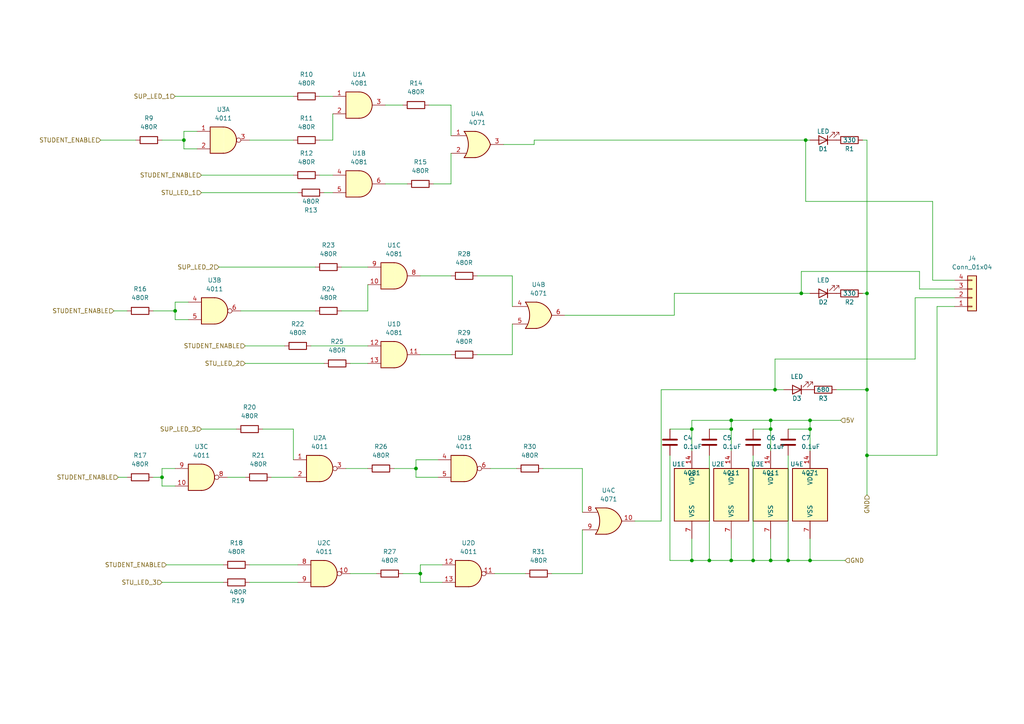
<source format=kicad_sch>
(kicad_sch (version 20211123) (generator eeschema)
  (paper "A4")
  (lib_symbols
    (symbol "4011_1" (pin_names (offset 1.016))
      (property "Reference" "U3" (at 0 8.89 0))
      (property "Value" "4011" (at 0 6.35 0))
      (symbol "4011_1_1_1"
        (pin input line (at -7.62 2.54 0) (length 3.81) (name "~") (number "1"))
        (pin input line (at -7.62 -2.54 0) (length 3.81) (name "~") (number "2"))
        (pin output inverted (at 7.62 0 180) (length 3.81) (name "~") (number "3"))
      )
      (symbol "4011_1_1_2"
        (pin input inverted (at -7.62 2.54 0) (length 4.318) (name "~") (number "1"))
        (pin input inverted (at -7.62 -2.54 0) (length 4.318) (name "~") (number "2"))
        (pin output line (at 7.62 0 180) (length 3.81) (name "~") (number "3"))
      )
      (symbol "4011_1_2_1"
        (pin output inverted (at 7.62 0 180) (length 3.81) (name "~") (number "4"))
        (pin input line (at -7.62 2.54 0) (length 3.81) (name "~") (number "5"))
        (pin input line (at -7.62 -2.54 0) (length 3.81) (name "~") (number "6"))
      )
      (symbol "4011_1_2_2"
        (pin output line (at 7.62 0 180) (length 3.81) (name "~") (number "4"))
        (pin input inverted (at -7.62 2.54 0) (length 4.318) (name "~") (number "5"))
        (pin input inverted (at -7.62 -2.54 0) (length 4.318) (name "~") (number "6"))
      )
      (symbol "4011_1_3_1"
        (pin input line (at -7.62 -2.54 0) (length 3.81) (name "~") (number "10"))
        (pin output inverted (at 7.62 0 180) (length 3.81) (name "") (number "8"))
        (pin input line (at -7.62 2.54 0) (length 3.81) (name "~") (number "9"))
      )
      (symbol "4011_1_3_2"
        (pin output line (at 7.62 0 180) (length 3.81) (name "~") (number "10"))
        (pin input inverted (at -7.62 2.54 0) (length 4.318) (name "~") (number "8"))
        (pin input inverted (at -7.62 -2.54 0) (length 4.318) (name "~") (number "9"))
      )
      (symbol "4011_1_4_1"
        (pin output inverted (at 7.62 0 180) (length 3.81) (name "~") (number "11"))
        (pin input line (at -7.62 2.54 0) (length 3.81) (name "~") (number "12"))
        (pin input line (at -7.62 -2.54 0) (length 3.81) (name "~") (number "13"))
      )
      (symbol "4011_1_4_2"
        (pin output line (at 7.62 0 180) (length 3.81) (name "~") (number "11"))
        (pin input inverted (at -7.62 2.54 0) (length 4.318) (name "~") (number "12"))
        (pin input inverted (at -7.62 -2.54 0) (length 4.318) (name "~") (number "13"))
      )
      (symbol "4011_1_5_0"
        (pin power_in line (at 0 12.7 270) (length 5.08) (name "VDD") (number "14"))
        (pin power_in line (at 0 -12.7 90) (length 5.08) (name "VSS") (number "7"))
      )
    )
    (symbol "4011_2" (pin_names (offset 1.016))
      (property "Reference" "U3" (at 0 8.89 0))
      (property "Value" "4011_2" (at 0 6.35 0))
      (symbol "4011_2_1_1"
        (pin input line (at -7.62 2.54 0) (length 3.81) (name "~") (number "1"))
        (pin input line (at -7.62 -2.54 0) (length 3.81) (name "~") (number "2"))
        (pin output inverted (at 7.62 0 180) (length 3.81) (name "~") (number "3"))
      )
      (symbol "4011_2_1_2"
        (pin input inverted (at -7.62 2.54 0) (length 4.318) (name "~") (number "1"))
        (pin input inverted (at -7.62 -2.54 0) (length 4.318) (name "~") (number "2"))
        (pin output line (at 7.62 0 180) (length 3.81) (name "~") (number "3"))
      )
      (symbol "4011_2_2_1"
        (pin input line (at -7.62 2.54 0) (length 3.81) (name "~") (number "4"))
        (pin input line (at -7.62 -2.54 0) (length 3.81) (name "~") (number "5"))
        (pin output inverted (at 7.62 0 180) (length 3.81) (name "~") (number "6"))
      )
      (symbol "4011_2_2_2"
        (pin output line (at 7.62 0 180) (length 3.81) (name "~") (number "4"))
        (pin input inverted (at -7.62 2.54 0) (length 4.318) (name "~") (number "5"))
        (pin input inverted (at -7.62 -2.54 0) (length 4.318) (name "~") (number "6"))
      )
      (symbol "4011_2_3_1"
        (pin output inverted (at 7.62 0 180) (length 3.81) (name "~") (number "10"))
        (pin input line (at -7.62 2.54 0) (length 3.81) (name "~") (number "8"))
        (pin input line (at -7.62 -2.54 0) (length 3.81) (name "~") (number "9"))
      )
      (symbol "4011_2_3_2"
        (pin output line (at 7.62 0 180) (length 3.81) (name "~") (number "10"))
        (pin input inverted (at -7.62 2.54 0) (length 4.318) (name "~") (number "8"))
        (pin input inverted (at -7.62 -2.54 0) (length 4.318) (name "~") (number "9"))
      )
      (symbol "4011_2_4_1"
        (pin output inverted (at 7.62 0 180) (length 3.81) (name "~") (number "11"))
        (pin input line (at -7.62 2.54 0) (length 3.81) (name "~") (number "12"))
        (pin input line (at -7.62 -2.54 0) (length 3.81) (name "~") (number "13"))
      )
      (symbol "4011_2_4_2"
        (pin output line (at 7.62 0 180) (length 3.81) (name "~") (number "11"))
        (pin input inverted (at -7.62 2.54 0) (length 4.318) (name "~") (number "12"))
        (pin input inverted (at -7.62 -2.54 0) (length 4.318) (name "~") (number "13"))
      )
      (symbol "4011_2_5_0"
        (pin power_in line (at 0 12.7 270) (length 5.08) (name "VDD") (number "14"))
        (pin power_in line (at 0 -12.7 90) (length 5.08) (name "VSS") (number "7"))
      )
    )
    (symbol "4011_3" (pin_names (offset 1.016))
      (property "Reference" "U2" (at 0 8.89 0))
      (property "Value" "4011_3" (at 0 6.35 0))
      (symbol "4011_3_1_1"
        (pin input line (at -7.62 2.54 0) (length 3.81) (name "~") (number "1"))
        (pin input line (at -7.62 -2.54 0) (length 3.81) (name "~") (number "2"))
        (pin output inverted (at 7.62 0 180) (length 3.81) (name "~") (number "3"))
      )
      (symbol "4011_3_1_2"
        (pin input inverted (at -7.62 2.54 0) (length 4.318) (name "~") (number "1"))
        (pin input inverted (at -7.62 -2.54 0) (length 4.318) (name "~") (number "2"))
        (pin output line (at 7.62 0 180) (length 3.81) (name "~") (number "3"))
      )
      (symbol "4011_3_2_1"
        (pin input line (at -7.62 2.54 0) (length 3.81) (name "~") (number "4"))
        (pin input line (at -7.62 -2.54 0) (length 3.81) (name "~") (number "5"))
        (pin output inverted (at 7.62 0 180) (length 3.81) (name "~") (number "6"))
      )
      (symbol "4011_3_2_2"
        (pin output line (at 7.62 0 180) (length 3.81) (name "~") (number "4"))
        (pin input inverted (at -7.62 2.54 0) (length 4.318) (name "~") (number "5"))
        (pin input inverted (at -7.62 -2.54 0) (length 4.318) (name "~") (number "6"))
      )
      (symbol "4011_3_3_1"
        (pin output inverted (at 7.62 0 180) (length 3.81) (name "~") (number "10"))
        (pin input line (at -7.62 2.54 0) (length 3.81) (name "~") (number "8"))
        (pin input line (at -7.62 -2.54 0) (length 3.81) (name "~") (number "9"))
      )
      (symbol "4011_3_3_2"
        (pin output line (at 7.62 0 180) (length 3.81) (name "~") (number "10"))
        (pin input inverted (at -7.62 2.54 0) (length 4.318) (name "~") (number "8"))
        (pin input inverted (at -7.62 -2.54 0) (length 4.318) (name "~") (number "9"))
      )
      (symbol "4011_3_4_1"
        (pin output inverted (at 7.62 0 180) (length 3.81) (name "~") (number "11"))
        (pin input line (at -7.62 2.54 0) (length 3.81) (name "~") (number "12"))
        (pin input line (at -7.62 -2.54 0) (length 3.81) (name "~") (number "13"))
      )
      (symbol "4011_3_4_2"
        (pin output line (at 7.62 0 180) (length 3.81) (name "~") (number "11"))
        (pin input inverted (at -7.62 2.54 0) (length 4.318) (name "~") (number "12"))
        (pin input inverted (at -7.62 -2.54 0) (length 4.318) (name "~") (number "13"))
      )
      (symbol "4011_3_5_0"
        (pin power_in line (at 0 12.7 270) (length 5.08) (name "VDD") (number "14"))
        (pin power_in line (at 0 -12.7 90) (length 5.08) (name "VSS") (number "7"))
      )
    )
    (symbol "4071_1" (pin_names (offset 1.016))
      (property "Reference" "U4" (at 0 8.89 0))
      (property "Value" "4071_1" (at 0 6.35 0))
      (symbol "4071_1_1_1"
        (pin input line (at -7.62 2.54 0) (length 4.318) (name "~") (number "1"))
        (pin input line (at -7.62 -2.54 0) (length 4.318) (name "~") (number "2"))
        (pin output line (at 7.62 0 180) (length 3.81) (name "~") (number "3"))
      )
      (symbol "4071_1_1_2"
        (pin input inverted (at -7.62 2.54 0) (length 3.81) (name "~") (number "1"))
        (pin input inverted (at -7.62 -2.54 0) (length 3.81) (name "~") (number "2"))
        (pin output inverted (at 7.62 0 180) (length 3.81) (name "~") (number "3"))
      )
      (symbol "4071_1_2_1"
        (pin input line (at -7.62 2.54 0) (length 4.318) (name "~") (number "4"))
        (pin input line (at -7.62 -2.54 0) (length 4.318) (name "~") (number "5"))
        (pin output line (at 7.62 0 180) (length 3.81) (name "~") (number "6"))
      )
      (symbol "4071_1_2_2"
        (pin output inverted (at 7.62 0 180) (length 3.81) (name "~") (number "4"))
        (pin input inverted (at -7.62 2.54 0) (length 3.81) (name "~") (number "5"))
        (pin input inverted (at -7.62 -2.54 0) (length 3.81) (name "~") (number "6"))
      )
      (symbol "4071_1_3_1"
        (pin output line (at 7.62 0 180) (length 3.81) (name "~") (number "10"))
        (pin input line (at -7.62 2.54 0) (length 4.318) (name "~") (number "8"))
        (pin input line (at -7.62 -2.54 0) (length 4.318) (name "~") (number "9"))
      )
      (symbol "4071_1_3_2"
        (pin output inverted (at 7.62 0 180) (length 3.81) (name "~") (number "10"))
        (pin input inverted (at -7.62 2.54 0) (length 3.81) (name "~") (number "8"))
        (pin input inverted (at -7.62 -2.54 0) (length 3.81) (name "~") (number "9"))
      )
      (symbol "4071_1_4_1"
        (pin output line (at 7.62 0 180) (length 3.81) (name "~") (number "11"))
        (pin input line (at -7.62 2.54 0) (length 4.318) (name "~") (number "12"))
        (pin input line (at -7.62 -2.54 0) (length 4.318) (name "~") (number "13"))
      )
      (symbol "4071_1_4_2"
        (pin output inverted (at 7.62 0 180) (length 3.81) (name "~") (number "11"))
        (pin input inverted (at -7.62 2.54 0) (length 3.81) (name "~") (number "12"))
        (pin input inverted (at -7.62 -2.54 0) (length 3.81) (name "~") (number "13"))
      )
      (symbol "4071_1_5_0"
        (pin power_in line (at 0 12.7 270) (length 5.08) (name "VDD") (number "14"))
        (pin power_in line (at 0 -12.7 90) (length 5.08) (name "VSS") (number "7"))
      )
    )
    (symbol "4081_1" (pin_names (offset 1.016))
      (property "Reference" "U1" (at 0 8.89 0))
      (property "Value" "4081_1" (at 0 6.35 0))
      (symbol "4081_1_1_1"
        (pin input line (at -7.62 2.54 0) (length 3.81) (name "~") (number "1"))
        (pin input line (at -7.62 -2.54 0) (length 3.81) (name "~") (number "2"))
        (pin output line (at 7.62 0 180) (length 3.81) (name "~") (number "3"))
      )
      (symbol "4081_1_1_2"
        (pin input inverted (at -7.62 2.54 0) (length 4.318) (name "~") (number "1"))
        (pin input inverted (at -7.62 -2.54 0) (length 4.318) (name "~") (number "2"))
        (pin output inverted (at 7.62 0 180) (length 3.81) (name "~") (number "3"))
      )
      (symbol "4081_1_2_1"
        (pin output line (at 7.62 0 180) (length 3.81) (name "~") (number "4"))
        (pin input line (at -7.62 2.54 0) (length 3.81) (name "~") (number "5"))
        (pin input line (at -7.62 -2.54 0) (length 3.81) (name "~") (number "6"))
      )
      (symbol "4081_1_2_2"
        (pin output inverted (at 7.62 0 180) (length 3.81) (name "~") (number "4"))
        (pin input inverted (at -7.62 2.54 0) (length 4.318) (name "~") (number "5"))
        (pin input inverted (at -7.62 -2.54 0) (length 4.318) (name "~") (number "6"))
      )
      (symbol "4081_1_3_1"
        (pin input line (at -7.62 -2.54 0) (length 3.81) (name "~") (number "10"))
        (pin output line (at 7.62 0 180) (length 3.81) (name "~") (number "8"))
        (pin input line (at -7.62 2.54 0) (length 3.81) (name "~") (number "9"))
      )
      (symbol "4081_1_3_2"
        (pin output inverted (at 7.62 0 180) (length 3.81) (name "~") (number "10"))
        (pin input inverted (at -7.62 2.54 0) (length 4.318) (name "~") (number "8"))
        (pin input inverted (at -7.62 -2.54 0) (length 4.318) (name "~") (number "9"))
      )
      (symbol "4081_1_4_1"
        (pin output line (at 7.62 0 180) (length 3.81) (name "~") (number "11"))
        (pin input line (at -7.62 2.54 0) (length 3.81) (name "~") (number "12"))
        (pin input line (at -7.62 -2.54 0) (length 3.81) (name "~") (number "13"))
      )
      (symbol "4081_1_4_2"
        (pin output inverted (at 7.62 0 180) (length 3.81) (name "~") (number "11"))
        (pin input inverted (at -7.62 2.54 0) (length 4.318) (name "~") (number "12"))
        (pin input inverted (at -7.62 -2.54 0) (length 4.318) (name "~") (number "13"))
      )
      (symbol "4081_1_5_0"
        (pin power_in line (at 0 12.7 270) (length 5.08) (name "VDD") (number "14"))
        (pin power_in line (at 0 -12.7 90) (length 5.08) (name "VSS") (number "7"))
      )
    )
    (symbol "4081_2" (pin_names (offset 1.016))
      (property "Reference" "U1" (at 0 8.89 0))
      (property "Value" "4081_2" (at 0 6.35 0))
      (symbol "4081_2_1_1"
        (pin input line (at -7.62 2.54 0) (length 3.81) (name "~") (number "1"))
        (pin input line (at -7.62 -2.54 0) (length 3.81) (name "~") (number "2"))
        (pin output line (at 7.62 0 180) (length 3.81) (name "~") (number "3"))
      )
      (symbol "4081_2_1_2"
        (pin input inverted (at -7.62 2.54 0) (length 4.318) (name "~") (number "1"))
        (pin input inverted (at -7.62 -2.54 0) (length 4.318) (name "~") (number "2"))
        (pin output inverted (at 7.62 0 180) (length 3.81) (name "~") (number "3"))
      )
      (symbol "4081_2_2_1"
        (pin input line (at -7.62 2.54 0) (length 3.81) (name "~") (number "4"))
        (pin input line (at -7.62 -2.54 0) (length 3.81) (name "~") (number "5"))
        (pin output line (at 7.62 0 180) (length 3.81) (name "~") (number "6"))
      )
      (symbol "4081_2_2_2"
        (pin output inverted (at 7.62 0 180) (length 3.81) (name "~") (number "4"))
        (pin input inverted (at -7.62 2.54 0) (length 4.318) (name "~") (number "5"))
        (pin input inverted (at -7.62 -2.54 0) (length 4.318) (name "~") (number "6"))
      )
      (symbol "4081_2_3_1"
        (pin output line (at 7.62 0 180) (length 3.81) (name "~") (number "10"))
        (pin input line (at -7.62 2.54 0) (length 3.81) (name "~") (number "8"))
        (pin input line (at -7.62 -2.54 0) (length 3.81) (name "~") (number "9"))
      )
      (symbol "4081_2_3_2"
        (pin output inverted (at 7.62 0 180) (length 3.81) (name "~") (number "10"))
        (pin input inverted (at -7.62 2.54 0) (length 4.318) (name "~") (number "8"))
        (pin input inverted (at -7.62 -2.54 0) (length 4.318) (name "~") (number "9"))
      )
      (symbol "4081_2_4_1"
        (pin output line (at 7.62 0 180) (length 3.81) (name "~") (number "11"))
        (pin input line (at -7.62 2.54 0) (length 3.81) (name "~") (number "12"))
        (pin input line (at -7.62 -2.54 0) (length 3.81) (name "~") (number "13"))
      )
      (symbol "4081_2_4_2"
        (pin output inverted (at 7.62 0 180) (length 3.81) (name "~") (number "11"))
        (pin input inverted (at -7.62 2.54 0) (length 4.318) (name "~") (number "12"))
        (pin input inverted (at -7.62 -2.54 0) (length 4.318) (name "~") (number "13"))
      )
      (symbol "4081_2_5_0"
        (pin power_in line (at 0 12.7 270) (length 5.08) (name "VDD") (number "14"))
        (pin power_in line (at 0 -12.7 90) (length 5.08) (name "VSS") (number "7"))
      )
    )
    (symbol "4xxx:4011" (pin_names (offset 1.016))
      (property "Reference" "U" (at 0 1.27 0))
      (property "Value" "4011" (at 0 -1.27 0))
      (symbol "4011_1_1"
        (pin input line (at -7.62 2.54 0) (length 3.81) (name "~") (number "1"))
        (pin input line (at -7.62 -2.54 0) (length 3.81) (name "~") (number "2"))
        (pin output inverted (at 7.62 0 180) (length 3.81) (name "~") (number "3"))
      )
      (symbol "4011_1_2"
        (pin input inverted (at -7.62 2.54 0) (length 4.318) (name "~") (number "1"))
        (pin input inverted (at -7.62 -2.54 0) (length 4.318) (name "~") (number "2"))
        (pin output line (at 7.62 0 180) (length 3.81) (name "~") (number "3"))
      )
      (symbol "4011_2_1"
        (pin output inverted (at 7.62 0 180) (length 3.81) (name "~") (number "4"))
        (pin input line (at -7.62 2.54 0) (length 3.81) (name "~") (number "5"))
        (pin input line (at -7.62 -2.54 0) (length 3.81) (name "~") (number "6"))
      )
      (symbol "4011_2_2"
        (pin output line (at 7.62 0 180) (length 3.81) (name "~") (number "4"))
        (pin input inverted (at -7.62 2.54 0) (length 4.318) (name "~") (number "5"))
        (pin input inverted (at -7.62 -2.54 0) (length 4.318) (name "~") (number "6"))
      )
      (symbol "4011_3_1"
        (pin output inverted (at 7.62 0 180) (length 3.81) (name "~") (number "10"))
        (pin input line (at -7.62 2.54 0) (length 3.81) (name "~") (number "8"))
        (pin input line (at -7.62 -2.54 0) (length 3.81) (name "~") (number "9"))
      )
      (symbol "4011_3_2"
        (pin output line (at 7.62 0 180) (length 3.81) (name "~") (number "10"))
        (pin input inverted (at -7.62 2.54 0) (length 4.318) (name "~") (number "8"))
        (pin input inverted (at -7.62 -2.54 0) (length 4.318) (name "~") (number "9"))
      )
      (symbol "4011_4_1"
        (pin output inverted (at 7.62 0 180) (length 3.81) (name "~") (number "11"))
        (pin input line (at -7.62 2.54 0) (length 3.81) (name "~") (number "12"))
        (pin input line (at -7.62 -2.54 0) (length 3.81) (name "~") (number "13"))
      )
      (symbol "4011_4_2"
        (pin output line (at 7.62 0 180) (length 3.81) (name "~") (number "11"))
        (pin input inverted (at -7.62 2.54 0) (length 4.318) (name "~") (number "12"))
        (pin input inverted (at -7.62 -2.54 0) (length 4.318) (name "~") (number "13"))
      )
      (symbol "4011_5_0"
        (pin power_in line (at 0 12.7 270) (length 5.08) (name "VDD") (number "14"))
        (pin power_in line (at 0 -12.7 90) (length 5.08) (name "VSS") (number "7"))
      )
    )
    (symbol "4xxx:4071" (pin_names (offset 1.016))
      (property "Reference" "U" (at 0 1.27 0))
      (property "Value" "4071" (at 0 -1.27 0))
      (symbol "4071_1_1"
        (pin input line (at -7.62 2.54 0) (length 4.318) (name "~") (number "1"))
        (pin input line (at -7.62 -2.54 0) (length 4.318) (name "~") (number "2"))
        (pin output line (at 7.62 0 180) (length 3.81) (name "~") (number "3"))
      )
      (symbol "4071_1_2"
        (pin input inverted (at -7.62 2.54 0) (length 3.81) (name "~") (number "1"))
        (pin input inverted (at -7.62 -2.54 0) (length 3.81) (name "~") (number "2"))
        (pin output inverted (at 7.62 0 180) (length 3.81) (name "~") (number "3"))
      )
      (symbol "4071_2_1"
        (pin output line (at 7.62 0 180) (length 3.81) (name "~") (number "4"))
        (pin input line (at -7.62 2.54 0) (length 4.318) (name "~") (number "5"))
        (pin input line (at -7.62 -2.54 0) (length 4.318) (name "~") (number "6"))
      )
      (symbol "4071_2_2"
        (pin output inverted (at 7.62 0 180) (length 3.81) (name "~") (number "4"))
        (pin input inverted (at -7.62 2.54 0) (length 3.81) (name "~") (number "5"))
        (pin input inverted (at -7.62 -2.54 0) (length 3.81) (name "~") (number "6"))
      )
      (symbol "4071_3_1"
        (pin output line (at 7.62 0 180) (length 3.81) (name "~") (number "10"))
        (pin input line (at -7.62 2.54 0) (length 4.318) (name "~") (number "8"))
        (pin input line (at -7.62 -2.54 0) (length 4.318) (name "~") (number "9"))
      )
      (symbol "4071_3_2"
        (pin output inverted (at 7.62 0 180) (length 3.81) (name "~") (number "10"))
        (pin input inverted (at -7.62 2.54 0) (length 3.81) (name "~") (number "8"))
        (pin input inverted (at -7.62 -2.54 0) (length 3.81) (name "~") (number "9"))
      )
      (symbol "4071_4_1"
        (pin output line (at 7.62 0 180) (length 3.81) (name "~") (number "11"))
        (pin input line (at -7.62 2.54 0) (length 4.318) (name "~") (number "12"))
        (pin input line (at -7.62 -2.54 0) (length 4.318) (name "~") (number "13"))
      )
      (symbol "4071_4_2"
        (pin output inverted (at 7.62 0 180) (length 3.81) (name "~") (number "11"))
        (pin input inverted (at -7.62 2.54 0) (length 3.81) (name "~") (number "12"))
        (pin input inverted (at -7.62 -2.54 0) (length 3.81) (name "~") (number "13"))
      )
      (symbol "4071_5_0"
        (pin power_in line (at 0 12.7 270) (length 5.08) (name "VDD") (number "14"))
        (pin power_in line (at 0 -12.7 90) (length 5.08) (name "VSS") (number "7"))
      )
    )
    (symbol "4xxx:4081" (pin_names (offset 1.016))
      (property "Reference" "U" (at 0 1.27 0))
      (property "Value" "4081" (at 0 -1.27 0))
      (symbol "4081_1_1"
        (pin input line (at -7.62 2.54 0) (length 3.81) (name "~") (number "1"))
        (pin input line (at -7.62 -2.54 0) (length 3.81) (name "~") (number "2"))
        (pin output line (at 7.62 0 180) (length 3.81) (name "~") (number "3"))
      )
      (symbol "4081_1_2"
        (pin input inverted (at -7.62 2.54 0) (length 4.318) (name "~") (number "1"))
        (pin input inverted (at -7.62 -2.54 0) (length 4.318) (name "~") (number "2"))
        (pin output inverted (at 7.62 0 180) (length 3.81) (name "~") (number "3"))
      )
      (symbol "4081_2_1"
        (pin output line (at 7.62 0 180) (length 3.81) (name "~") (number "4"))
        (pin input line (at -7.62 2.54 0) (length 3.81) (name "~") (number "5"))
        (pin input line (at -7.62 -2.54 0) (length 3.81) (name "~") (number "6"))
      )
      (symbol "4081_2_2"
        (pin output inverted (at 7.62 0 180) (length 3.81) (name "~") (number "4"))
        (pin input inverted (at -7.62 2.54 0) (length 4.318) (name "~") (number "5"))
        (pin input inverted (at -7.62 -2.54 0) (length 4.318) (name "~") (number "6"))
      )
      (symbol "4081_3_1"
        (pin output line (at 7.62 0 180) (length 3.81) (name "~") (number "10"))
        (pin input line (at -7.62 2.54 0) (length 3.81) (name "~") (number "8"))
        (pin input line (at -7.62 -2.54 0) (length 3.81) (name "~") (number "9"))
      )
      (symbol "4081_3_2"
        (pin output inverted (at 7.62 0 180) (length 3.81) (name "~") (number "10"))
        (pin input inverted (at -7.62 2.54 0) (length 4.318) (name "~") (number "8"))
        (pin input inverted (at -7.62 -2.54 0) (length 4.318) (name "~") (number "9"))
      )
      (symbol "4081_4_1"
        (pin output line (at 7.62 0 180) (length 3.81) (name "~") (number "11"))
        (pin input line (at -7.62 2.54 0) (length 3.81) (name "~") (number "12"))
        (pin input line (at -7.62 -2.54 0) (length 3.81) (name "~") (number "13"))
      )
      (symbol "4081_4_2"
        (pin output inverted (at 7.62 0 180) (length 3.81) (name "~") (number "11"))
        (pin input inverted (at -7.62 2.54 0) (length 4.318) (name "~") (number "12"))
        (pin input inverted (at -7.62 -2.54 0) (length 4.318) (name "~") (number "13"))
      )
      (symbol "4081_5_0"
        (pin power_in line (at 0 12.7 270) (length 5.08) (name "VDD") (number "14"))
        (pin power_in line (at 0 -12.7 90) (length 5.08) (name "VSS") (number "7"))
      )
    )
    (symbol "Connector_Generic:Conn_01x04" (pin_names (offset 1.016) hide)
      (property "Reference" "J" (at 0 5.08 0))
      (property "Value" "Conn_01x04" (at 0 -7.62 0))
      (symbol "Conn_01x04_1_1"
        (pin passive line (at -5.08 2.54 0) (length 3.81) (name "Pin_1") (number "1"))
        (pin passive line (at -5.08 0 0) (length 3.81) (name "Pin_2") (number "2"))
        (pin passive line (at -5.08 -2.54 0) (length 3.81) (name "Pin_3") (number "3"))
        (pin passive line (at -5.08 -5.08 0) (length 3.81) (name "Pin_4") (number "4"))
      )
    )
    (symbol "Device:C" (pin_numbers hide) (pin_names (offset 0.254))
      (property "Reference" "C" (at 0.635 2.54 0))
      (property "Value" "C" (at 0.635 -2.54 0))
      (symbol "C_1_1"
        (pin passive line (at 0 3.81 270) (length 2.794) (name "~") (number "1"))
        (pin passive line (at 0 -3.81 90) (length 2.794) (name "~") (number "2"))
      )
    )
    (symbol "Device:LED" (pin_numbers hide) (pin_names (offset 1.016) hide)
      (property "Reference" "D" (at 0 2.54 0))
      (property "Value" "LED" (at 0 -2.54 0))
      (symbol "LED_1_1"
        (pin passive line (at -3.81 0 0) (length 2.54) (name "K") (number "1"))
        (pin passive line (at 3.81 0 180) (length 2.54) (name "A") (number "2"))
      )
    )
    (symbol "Device:R" (pin_numbers hide) (pin_names (offset 0))
      (property "Reference" "R" (at 2.032 0 90))
      (property "Value" "R" (at 0 0 90))
      (symbol "R_1_1"
        (pin passive line (at 0 3.81 270) (length 1.27) (name "~") (number "1"))
        (pin passive line (at 0 -3.81 90) (length 1.27) (name "~") (number "2"))
      )
    )
  )
  (junction (at 205.74 162.56))
  (junction (at 234.95 121.92))
  (junction (at 200.66 124.46))
  (junction (at 212.09 124.46))
  (junction (at 212.09 162.56))
  (junction (at 223.52 162.56))
  (junction (at 251.46 85.09))
  (junction (at 234.95 162.56))
  (junction (at 120.65 135.89))
  (junction (at 223.52 124.46))
  (junction (at 53.34 40.64))
  (junction (at 200.66 162.56))
  (junction (at 251.46 113.03))
  (junction (at 224.79 113.03))
  (junction (at 46.99 138.43))
  (junction (at 233.68 40.64))
  (junction (at 234.95 124.46))
  (junction (at 223.52 121.92))
  (junction (at 212.09 121.92))
  (junction (at 50.8 90.17))
  (junction (at 232.41 85.09))
  (junction (at 218.44 162.56))
  (junction (at 121.92 166.37))
  (junction (at 251.46 132.08))
  (junction (at 228.6 162.56))
  (wire (pts (xy 50.8 27.94) (xy 85.09 27.94)))
  (wire (pts (xy 58.42 50.8) (xy 85.09 50.8)))
  (wire (pts (xy 200.66 162.56) (xy 200.66 156.21)))
  (wire (pts (xy 218.44 162.56) (xy 223.52 162.56)))
  (wire (pts (xy 58.42 124.46) (xy 68.58 124.46)))
  (wire (pts (xy 63.5 77.47) (xy 91.44 77.47)))
  (wire (pts (xy 223.52 124.46) (xy 223.52 130.81)))
  (wire (pts (xy 90.17 100.33) (xy 106.68 100.33)))
  (wire (pts (xy 92.71 40.64) (xy 96.52 40.64)))
  (wire (pts (xy 71.12 105.41) (xy 93.98 105.41)))
  (wire (pts (xy 29.21 40.64) (xy 39.37 40.64)))
  (wire (pts (xy 130.81 53.34) (xy 130.81 44.45)))
  (wire (pts (xy 251.46 40.64) (xy 251.46 85.09)))
  (wire (pts (xy 265.43 86.36) (xy 265.43 104.14)))
  (wire (pts (xy 234.95 121.92) (xy 234.95 124.46)))
  (wire (pts (xy 148.59 80.01) (xy 148.59 88.9)))
  (wire (pts (xy 93.98 55.88) (xy 96.52 55.88)))
  (wire (pts (xy 53.34 38.1) (xy 53.34 40.64)))
  (wire (pts (xy 251.46 85.09) (xy 251.46 113.03)))
  (wire (pts (xy 194.31 132.08) (xy 194.31 162.56)))
  (wire (pts (xy 234.95 121.92) (xy 243.84 121.92)))
  (wire (pts (xy 92.71 27.94) (xy 96.52 27.94)))
  (wire (pts (xy 66.04 138.43) (xy 71.12 138.43)))
  (wire (pts (xy 121.92 163.83) (xy 121.92 166.37)))
  (wire (pts (xy 111.76 53.34) (xy 118.11 53.34)))
  (wire (pts (xy 218.44 132.08) (xy 218.44 162.56)))
  (wire (pts (xy 130.81 30.48) (xy 130.81 39.37)))
  (wire (pts (xy 228.6 162.56) (xy 234.95 162.56)))
  (wire (pts (xy 233.68 58.42) (xy 233.68 40.64)))
  (wire (pts (xy 34.29 138.43) (xy 36.83 138.43)))
  (wire (pts (xy 85.09 124.46) (xy 85.09 133.35)))
  (wire (pts (xy 276.86 83.82) (xy 266.7 83.82)))
  (wire (pts (xy 191.77 113.03) (xy 224.79 113.03)))
  (wire (pts (xy 266.7 83.82) (xy 266.7 78.74)))
  (wire (pts (xy 69.85 90.17) (xy 91.44 90.17)))
  (wire (pts (xy 128.27 163.83) (xy 121.92 163.83)))
  (wire (pts (xy 200.66 121.92) (xy 212.09 121.92)))
  (wire (pts (xy 234.95 156.21) (xy 234.95 162.56)))
  (wire (pts (xy 72.39 163.83) (xy 86.36 163.83)))
  (wire (pts (xy 106.68 90.17) (xy 106.68 82.55)))
  (wire (pts (xy 143.51 166.37) (xy 152.4 166.37)))
  (wire (pts (xy 265.43 104.14) (xy 224.79 104.14)))
  (wire (pts (xy 223.52 162.56) (xy 228.6 162.56)))
  (wire (pts (xy 251.46 132.08) (xy 271.78 132.08)))
  (wire (pts (xy 232.41 78.74) (xy 232.41 85.09)))
  (wire (pts (xy 160.02 166.37) (xy 168.91 166.37)))
  (wire (pts (xy 195.58 85.09) (xy 195.58 91.44)))
  (wire (pts (xy 50.8 87.63) (xy 50.8 90.17)))
  (wire (pts (xy 242.57 113.03) (xy 251.46 113.03)))
  (wire (pts (xy 154.94 40.64) (xy 233.68 40.64)))
  (wire (pts (xy 195.58 91.44) (xy 163.83 91.44)))
  (wire (pts (xy 194.31 162.56) (xy 200.66 162.56)))
  (wire (pts (xy 224.79 104.14) (xy 224.79 113.03)))
  (wire (pts (xy 121.92 168.91) (xy 128.27 168.91)))
  (wire (pts (xy 116.84 166.37) (xy 121.92 166.37)))
  (wire (pts (xy 138.43 80.01) (xy 148.59 80.01)))
  (wire (pts (xy 142.24 135.89) (xy 149.86 135.89)))
  (wire (pts (xy 223.52 156.21) (xy 223.52 162.56)))
  (wire (pts (xy 168.91 135.89) (xy 168.91 148.59)))
  (wire (pts (xy 96.52 40.64) (xy 96.52 33.02)))
  (wire (pts (xy 148.59 102.87) (xy 148.59 93.98)))
  (wire (pts (xy 212.09 121.92) (xy 212.09 124.46)))
  (wire (pts (xy 234.95 124.46) (xy 234.95 130.81)))
  (wire (pts (xy 223.52 121.92) (xy 234.95 121.92)))
  (wire (pts (xy 121.92 80.01) (xy 130.81 80.01)))
  (wire (pts (xy 54.61 87.63) (xy 50.8 87.63)))
  (wire (pts (xy 100.33 135.89) (xy 106.68 135.89)))
  (wire (pts (xy 218.44 124.46) (xy 223.52 124.46)))
  (wire (pts (xy 46.99 40.64) (xy 53.34 40.64)))
  (wire (pts (xy 101.6 105.41) (xy 106.68 105.41)))
  (wire (pts (xy 124.46 30.48) (xy 130.81 30.48)))
  (wire (pts (xy 276.86 86.36) (xy 265.43 86.36)))
  (wire (pts (xy 57.15 38.1) (xy 53.34 38.1)))
  (wire (pts (xy 251.46 132.08) (xy 251.46 143.51)))
  (wire (pts (xy 157.48 135.89) (xy 168.91 135.89)))
  (wire (pts (xy 276.86 81.28) (xy 270.51 81.28)))
  (wire (pts (xy 232.41 85.09) (xy 234.95 85.09)))
  (wire (pts (xy 76.2 124.46) (xy 85.09 124.46)))
  (wire (pts (xy 154.94 41.91) (xy 146.05 41.91)))
  (wire (pts (xy 266.7 78.74) (xy 232.41 78.74)))
  (wire (pts (xy 228.6 132.08) (xy 228.6 162.56)))
  (wire (pts (xy 120.65 138.43) (xy 127 138.43)))
  (wire (pts (xy 224.79 113.03) (xy 227.33 113.03)))
  (wire (pts (xy 33.02 90.17) (xy 36.83 90.17)))
  (wire (pts (xy 168.91 153.67) (xy 168.91 166.37)))
  (wire (pts (xy 44.45 138.43) (xy 46.99 138.43)))
  (wire (pts (xy 50.8 92.71) (xy 54.61 92.71)))
  (wire (pts (xy 184.15 151.13) (xy 191.77 151.13)))
  (wire (pts (xy 72.39 40.64) (xy 85.09 40.64)))
  (wire (pts (xy 212.09 156.21) (xy 212.09 162.56)))
  (wire (pts (xy 71.12 100.33) (xy 82.55 100.33)))
  (wire (pts (xy 205.74 132.08) (xy 205.74 162.56)))
  (wire (pts (xy 234.95 162.56) (xy 245.11 162.56)))
  (wire (pts (xy 121.92 102.87) (xy 130.81 102.87)))
  (wire (pts (xy 200.66 121.92) (xy 200.66 124.46)))
  (wire (pts (xy 251.46 113.03) (xy 251.46 132.08)))
  (wire (pts (xy 92.71 50.8) (xy 96.52 50.8)))
  (wire (pts (xy 53.34 40.64) (xy 53.34 43.18)))
  (wire (pts (xy 72.39 168.91) (xy 86.36 168.91)))
  (wire (pts (xy 120.65 135.89) (xy 120.65 138.43)))
  (wire (pts (xy 270.51 81.28) (xy 270.51 58.42)))
  (wire (pts (xy 46.99 168.91) (xy 64.77 168.91)))
  (wire (pts (xy 200.66 124.46) (xy 200.66 130.81)))
  (wire (pts (xy 271.78 88.9) (xy 271.78 132.08)))
  (wire (pts (xy 50.8 135.89) (xy 46.99 135.89)))
  (wire (pts (xy 233.68 40.64) (xy 234.95 40.64)))
  (wire (pts (xy 251.46 85.09) (xy 250.19 85.09)))
  (wire (pts (xy 212.09 124.46) (xy 212.09 130.81)))
  (wire (pts (xy 121.92 166.37) (xy 121.92 168.91)))
  (wire (pts (xy 114.3 135.89) (xy 120.65 135.89)))
  (wire (pts (xy 111.76 30.48) (xy 116.84 30.48)))
  (wire (pts (xy 46.99 140.97) (xy 50.8 140.97)))
  (wire (pts (xy 58.42 55.88) (xy 86.36 55.88)))
  (wire (pts (xy 44.45 90.17) (xy 50.8 90.17)))
  (wire (pts (xy 212.09 121.92) (xy 223.52 121.92)))
  (wire (pts (xy 138.43 102.87) (xy 148.59 102.87)))
  (wire (pts (xy 46.99 135.89) (xy 46.99 138.43)))
  (wire (pts (xy 200.66 162.56) (xy 205.74 162.56)))
  (wire (pts (xy 127 133.35) (xy 120.65 133.35)))
  (wire (pts (xy 205.74 162.56) (xy 212.09 162.56)))
  (wire (pts (xy 223.52 121.92) (xy 223.52 124.46)))
  (wire (pts (xy 101.6 166.37) (xy 109.22 166.37)))
  (wire (pts (xy 270.51 58.42) (xy 233.68 58.42)))
  (wire (pts (xy 50.8 90.17) (xy 50.8 92.71)))
  (wire (pts (xy 78.74 138.43) (xy 85.09 138.43)))
  (wire (pts (xy 228.6 124.46) (xy 234.95 124.46)))
  (wire (pts (xy 194.31 124.46) (xy 200.66 124.46)))
  (wire (pts (xy 48.26 163.83) (xy 64.77 163.83)))
  (wire (pts (xy 46.99 138.43) (xy 46.99 140.97)))
  (wire (pts (xy 212.09 162.56) (xy 218.44 162.56)))
  (wire (pts (xy 99.06 77.47) (xy 106.68 77.47)))
  (wire (pts (xy 205.74 124.46) (xy 212.09 124.46)))
  (wire (pts (xy 251.46 40.64) (xy 250.19 40.64)))
  (wire (pts (xy 125.73 53.34) (xy 130.81 53.34)))
  (wire (pts (xy 53.34 43.18) (xy 57.15 43.18)))
  (wire (pts (xy 191.77 113.03) (xy 191.77 151.13)))
  (wire (pts (xy 99.06 90.17) (xy 106.68 90.17)))
  (wire (pts (xy 276.86 88.9) (xy 271.78 88.9)))
  (wire (pts (xy 120.65 133.35) (xy 120.65 135.89)))
  (wire (pts (xy 195.58 85.09) (xy 232.41 85.09)))
  (wire (pts (xy 154.94 40.64) (xy 154.94 41.91)))
  (hierarchical_label "GND" (shape input) (at 251.46 143.51 270))
  (hierarchical_label "STUDENT_ENABLE" (shape input) (at 34.29 138.43 180))
  (hierarchical_label "5V" (shape input) (at 243.84 121.92 0))
  (hierarchical_label "STUDENT_ENABLE" (shape input) (at 48.26 163.83 180))
  (hierarchical_label "STU_LED_3" (shape input) (at 46.99 168.91 180))
  (hierarchical_label "STUDENT_ENABLE" (shape input) (at 58.42 50.8 180))
  (hierarchical_label "SUP_LED_1" (shape input) (at 50.8 27.94 180))
  (hierarchical_label "STUDENT_ENABLE" (shape input) (at 29.21 40.64 180))
  (hierarchical_label "SUP_LED_2" (shape input) (at 63.5 77.47 180))
  (hierarchical_label "GND" (shape input) (at 245.11 162.56 0))
  (hierarchical_label "STU_LED_1" (shape input) (at 58.42 55.88 180))
  (hierarchical_label "STU_LED_2" (shape input) (at 71.12 105.41 180))
  (hierarchical_label "SUP_LED_3" (shape input) (at 58.42 124.46 180))
  (hierarchical_label "STUDENT_ENABLE" (shape input) (at 33.02 90.17 180))
  (hierarchical_label "STUDENT_ENABLE" (shape input) (at 71.12 100.33 180))
  (symbol (lib_id "Device:R") (at 90.17 55.88 270) (unit 1)
    (property "Reference" "R13" (at 90.17 60.96 90))
    (property "Value" "480R" (at 90.17 58.42 90))
    (property "Footprint" "Resistor_SMD:R_0805_2012Metric_Pad1.20x1.40mm_HandSolder" (effects hide))
  )
  (symbol (lib_id "Device:R") (at 40.64 138.43 270) (unit 1)
    (property "Reference" "R17" (at 40.64 132.08 90))
    (property "Value" "480R" (at 40.64 134.62 90))
    (property "Footprint" "Resistor_SMD:R_0805_2012Metric_Pad1.20x1.40mm_HandSolder" (effects hide))
  )
  (symbol (lib_id "Connector_Generic:Conn_01x04") (at 281.94 86.36 0) (mirror x) (unit 1)
    (property "Reference" "J4" (at 281.94 74.93 0))
    (property "Value" "Conn_01x04" (at 281.94 77.47 0))
    (property "Footprint" "Connector_PinHeader_2.54mm:PinHeader_1x04_P2.54mm_Vertical" (effects hide))
  )
  (symbol (lib_id "4xxx:4011") (at 212.09 143.51 0) (unit 5)
    (property "Reference" "U2" (at 208.28 134.62 0))
    (property "Value" "4011" (at 212.09 137.16 0))
    (property "Footprint" "Package_SO:SOIC127P600X175-14N" (effects hide))
    (property "Datasheet" "http://www.intersil.com/content/dam/Intersil/documents/cd40/cd4011bms-12bms-23bms.pdf" (effects hide))
  )
  (symbol (lib_id "Device:R") (at 86.36 100.33 270) (unit 1)
    (property "Reference" "R22" (at 86.36 93.98 90))
    (property "Value" "480R" (at 86.36 96.52 90))
    (property "Footprint" "Resistor_SMD:R_0805_2012Metric_Pad1.20x1.40mm_HandSolder" (effects hide))
  )
  (symbol (lib_id "4xxx:4011") (at 234.95 143.51 0) (unit 5)
    (property "Reference" "U4" (at 231.14 134.62 0))
    (property "Value" "4071" (at 234.95 137.16 0))
    (property "Footprint" "Package_SO:SOIC127P600X175-14N" (effects hide))
    (property "Datasheet" "http://www.intersil.com/content/dam/Intersil/documents/cd40/cd4011bms-12bms-23bms.pdf" (effects hide))
  )
  (symbol (lib_id "4xxx:4081") (at 104.14 30.48 0) (unit 1)
    (property "Reference" "U1" (at 104.14 21.59 0))
    (property "Value" "4081" (at 104.14 24.13 0))
    (property "Footprint" "Package_SO:SOIC127P600X175-14N" (effects hide))
    (property "Datasheet" "http://www.intersil.com/content/dam/Intersil/documents/cd40/cd4073bms-81bms-82bms.pdf" (effects hide))
  )
  (symbol (lib_id "Device:R") (at 113.03 166.37 270) (unit 1)
    (property "Reference" "R27" (at 113.03 160.02 90))
    (property "Value" "480R" (at 113.03 162.56 90))
    (property "Footprint" "Resistor_SMD:R_0805_2012Metric_Pad1.20x1.40mm_HandSolder" (effects hide))
  )
  (symbol (lib_name "4011_3") (lib_id "4xxx:4011") (at 134.62 135.89 0) (unit 2)
    (property "Reference" "U2" (at 134.62 127 0))
    (property "Value" "4011" (at 134.62 129.54 0))
    (property "Footprint" "Package_SO:SOIC127P600X175-14N" (effects hide))
    (property "Datasheet" "http://www.intersil.com/content/dam/Intersil/documents/cd40/cd4011bms-12bms-23bms.pdf" (effects hide))
  )
  (symbol (lib_id "Device:R") (at 72.39 124.46 270) (unit 1)
    (property "Reference" "R20" (at 72.39 118.11 90))
    (property "Value" "480R" (at 72.39 120.65 90))
    (property "Footprint" "Resistor_SMD:R_0805_2012Metric_Pad1.20x1.40mm_HandSolder" (effects hide))
  )
  (symbol (lib_id "Device:R") (at 68.58 163.83 270) (unit 1)
    (property "Reference" "R18" (at 68.58 157.48 90))
    (property "Value" "480R" (at 68.58 160.02 90))
    (property "Footprint" "Resistor_SMD:R_0805_2012Metric_Pad1.20x1.40mm_HandSolder" (effects hide))
  )
  (symbol (lib_id "Device:R") (at 88.9 50.8 270) (unit 1)
    (property "Reference" "R12" (at 88.9 44.45 90))
    (property "Value" "480R" (at 88.9 46.99 90))
    (property "Footprint" "Resistor_SMD:R_0805_2012Metric_Pad1.20x1.40mm_HandSolder" (effects hide))
  )
  (symbol (lib_id "Device:R") (at 156.21 166.37 270) (unit 1)
    (property "Reference" "R31" (at 156.21 160.02 90))
    (property "Value" "480R" (at 156.21 162.56 90))
    (property "Footprint" "Resistor_SMD:R_0805_2012Metric_Pad1.20x1.40mm_HandSolder" (effects hide))
  )
  (symbol (lib_name "4071_1") (lib_id "4xxx:4071") (at 156.21 91.44 0) (unit 2)
    (property "Reference" "U4" (at 156.21 82.55 0))
    (property "Value" "4071" (at 156.21 85.09 0))
    (property "Footprint" "Package_SO:SOIC127P600X175-14N" (effects hide))
    (property "Datasheet" "http://www.intersil.com/content/dam/Intersil/documents/cd40/cd4071bms-72bms-75bms.pdf" (effects hide))
  )
  (symbol (lib_name "4011_1") (lib_id "4xxx:4011") (at 58.42 138.43 0) (unit 3)
    (property "Reference" "U3" (at 58.42 129.54 0))
    (property "Value" "4011" (at 58.42 132.08 0))
    (property "Footprint" "Package_SO:SOIC127P600X175-14N" (effects hide))
    (property "Datasheet" "http://www.intersil.com/content/dam/Intersil/documents/cd40/cd4011bms-12bms-23bms.pdf" (effects hide))
  )
  (symbol (lib_id "Device:R") (at 238.76 113.03 270) (unit 1)
    (property "Reference" "R3" (at 238.76 115.57 90))
    (property "Value" "680" (at 238.76 113.03 90))
    (property "Footprint" "Resistor_SMD:R_0805_2012Metric_Pad1.20x1.40mm_HandSolder" (effects hide))
  )
  (symbol (lib_name "4081_2") (lib_id "4xxx:4081") (at 104.14 53.34 0) (unit 2)
    (property "Reference" "U1" (at 104.14 44.45 0))
    (property "Value" "4081" (at 104.14 46.99 0))
    (property "Footprint" "Package_SO:SOIC127P600X175-14N" (effects hide))
    (property "Datasheet" "http://www.intersil.com/content/dam/Intersil/documents/cd40/cd4073bms-81bms-82bms.pdf" (effects hide))
  )
  (symbol (lib_id "Device:R") (at 134.62 80.01 270) (unit 1)
    (property "Reference" "R28" (at 134.62 73.66 90))
    (property "Value" "480R" (at 134.62 76.2 90))
    (property "Footprint" "Resistor_SMD:R_0805_2012Metric_Pad1.20x1.40mm_HandSolder" (effects hide))
  )
  (symbol (lib_id "Device:R") (at 121.92 53.34 270) (unit 1)
    (property "Reference" "R15" (at 121.92 46.99 90))
    (property "Value" "480R" (at 121.92 49.53 90))
    (property "Footprint" "Resistor_SMD:R_0805_2012Metric_Pad1.20x1.40mm_HandSolder" (effects hide))
  )
  (symbol (lib_id "Device:R") (at 153.67 135.89 270) (unit 1)
    (property "Reference" "R30" (at 153.67 129.54 90))
    (property "Value" "480R" (at 153.67 132.08 90))
    (property "Footprint" "Resistor_SMD:R_0805_2012Metric_Pad1.20x1.40mm_HandSolder" (effects hide))
  )
  (symbol (lib_id "Device:R") (at 43.18 40.64 270) (unit 1)
    (property "Reference" "R9" (at 43.18 34.29 90))
    (property "Value" "480R" (at 43.18 36.83 90))
    (property "Footprint" "Resistor_SMD:R_0805_2012Metric_Pad1.20x1.40mm_HandSolder" (effects hide))
  )
  (symbol (lib_id "Device:R") (at 95.25 77.47 270) (unit 1)
    (property "Reference" "R23" (at 95.25 71.12 90))
    (property "Value" "480R" (at 95.25 73.66 90))
    (property "Footprint" "Resistor_SMD:R_0805_2012Metric_Pad1.20x1.40mm_HandSolder" (effects hide))
  )
  (symbol (lib_id "Device:R") (at 97.79 105.41 270) (unit 1)
    (property "Reference" "R25" (at 97.79 99.06 90))
    (property "Value" "480R" (at 97.79 101.6 90))
    (property "Footprint" "Resistor_SMD:R_0805_2012Metric_Pad1.20x1.40mm_HandSolder" (effects hide))
  )
  (symbol (lib_id "Device:LED") (at 231.14 113.03 180) (unit 1)
    (property "Reference" "D3" (at 231.14 115.57 0))
    (property "Value" "LED" (at 231.14 109.22 0))
    (property "Footprint" "LED_SMD:LED_0805_2012Metric_Pad1.15x1.40mm_HandSolder" (effects hide))
  )
  (symbol (lib_id "Device:R") (at 134.62 102.87 270) (unit 1)
    (property "Reference" "R29" (at 134.62 96.52 90))
    (property "Value" "480R" (at 134.62 99.06 90))
    (property "Footprint" "Resistor_SMD:R_0805_2012Metric_Pad1.20x1.40mm_HandSolder" (effects hide))
  )
  (symbol (lib_id "4xxx:4071") (at 138.43 41.91 0) (unit 1)
    (property "Reference" "U4" (at 138.43 33.02 0))
    (property "Value" "4071" (at 138.43 35.56 0))
    (property "Footprint" "Package_SO:SOIC127P600X175-14N" (effects hide))
    (property "Datasheet" "http://www.intersil.com/content/dam/Intersil/documents/cd40/cd4071bms-72bms-75bms.pdf" (effects hide))
  )
  (symbol (lib_id "Device:C") (at 228.6 128.27 0) (unit 1)
    (property "Reference" "C7" (at 232.41 126.9999 0) (effects (justify left)))
    (property "Value" "0.1uF" (at 232.41 129.5399 0) (effects (justify left)))
    (property "Footprint" "Capacitor_SMD:C_0805_2012Metric_Pad1.18x1.45mm_HandSolder" (effects hide))
  )
  (symbol (lib_id "Device:C") (at 194.31 128.27 0) (unit 1)
    (property "Reference" "C4" (at 198.12 126.9999 0) (effects (justify left)))
    (property "Value" "0.1uF" (at 198.12 129.5399 0) (effects (justify left)))
    (property "Footprint" "Capacitor_SMD:C_0805_2012Metric_Pad1.18x1.45mm_HandSolder" (effects hide))
  )
  (symbol (lib_id "Device:R") (at 110.49 135.89 270) (unit 1)
    (property "Reference" "R26" (at 110.49 129.54 90))
    (property "Value" "480R" (at 110.49 132.08 90))
    (property "Footprint" "Resistor_SMD:R_0805_2012Metric_Pad1.20x1.40mm_HandSolder" (effects hide))
  )
  (symbol (lib_id "Device:C") (at 205.74 128.27 0) (unit 1)
    (property "Reference" "C5" (at 209.55 126.9999 0) (effects (justify left)))
    (property "Value" "0.1uF" (at 209.55 129.5399 0) (effects (justify left)))
    (property "Footprint" "Capacitor_SMD:C_0805_2012Metric_Pad1.18x1.45mm_HandSolder" (effects hide))
  )
  (symbol (lib_id "4xxx:4081") (at 114.3 102.87 0) (unit 4)
    (property "Reference" "U1" (at 114.3 93.98 0))
    (property "Value" "4081" (at 114.3 96.52 0))
    (property "Footprint" "Package_SO:SOIC127P600X175-14N" (effects hide))
    (property "Datasheet" "http://www.intersil.com/content/dam/Intersil/documents/cd40/cd4073bms-81bms-82bms.pdf" (effects hide))
  )
  (symbol (lib_id "Device:C") (at 218.44 128.27 0) (unit 1)
    (property "Reference" "C6" (at 222.25 126.9999 0) (effects (justify left)))
    (property "Value" "0.1uF" (at 222.25 129.5399 0) (effects (justify left)))
    (property "Footprint" "Capacitor_SMD:C_0805_2012Metric_Pad1.18x1.45mm_HandSolder" (effects hide))
  )
  (symbol (lib_id "Device:LED") (at 238.76 40.64 180) (unit 1)
    (property "Reference" "D1" (at 238.76 43.18 0))
    (property "Value" "LED" (at 238.76 38.1 0))
    (property "Footprint" "LED_SMD:LED_0805_2012Metric_Pad1.15x1.40mm_HandSolder" (effects hide))
  )
  (symbol (lib_id "Device:R") (at 95.25 90.17 270) (unit 1)
    (property "Reference" "R24" (at 95.25 83.82 90))
    (property "Value" "480R" (at 95.25 86.36 90))
    (property "Footprint" "Resistor_SMD:R_0805_2012Metric_Pad1.20x1.40mm_HandSolder" (effects hide))
  )
  (symbol (lib_id "Device:R") (at 40.64 90.17 270) (unit 1)
    (property "Reference" "R16" (at 40.64 83.82 90))
    (property "Value" "480R" (at 40.64 86.36 90))
    (property "Footprint" "Resistor_SMD:R_0805_2012Metric_Pad1.20x1.40mm_HandSolder" (effects hide))
  )
  (symbol (lib_id "Device:LED") (at 238.76 85.09 180) (unit 1)
    (property "Reference" "D2" (at 238.76 87.63 0))
    (property "Value" "LED" (at 238.76 81.28 0))
    (property "Footprint" "LED_SMD:LED_0805_2012Metric_Pad1.15x1.40mm_HandSolder" (effects hide))
  )
  (symbol (lib_id "Device:R") (at 74.93 138.43 270) (unit 1)
    (property "Reference" "R21" (at 74.93 132.08 90))
    (property "Value" "480R" (at 74.93 134.62 90))
    (property "Footprint" "Resistor_SMD:R_0805_2012Metric_Pad1.20x1.40mm_HandSolder" (effects hide))
  )
  (symbol (lib_id "4xxx:4011") (at 223.52 143.51 0) (unit 5)
    (property "Reference" "U3" (at 219.71 134.62 0))
    (property "Value" "4011" (at 223.52 137.16 0))
    (property "Footprint" "Package_SO:SOIC127P600X175-14N" (effects hide))
    (property "Datasheet" "http://www.intersil.com/content/dam/Intersil/documents/cd40/cd4011bms-12bms-23bms.pdf" (effects hide))
  )
  (symbol (lib_name "4081_1") (lib_id "4xxx:4081") (at 114.3 80.01 0) (unit 3)
    (property "Reference" "U1" (at 114.3 71.12 0))
    (property "Value" "4081" (at 114.3 73.66 0))
    (property "Footprint" "Package_SO:SOIC127P600X175-14N" (effects hide))
    (property "Datasheet" "http://www.intersil.com/content/dam/Intersil/documents/cd40/cd4073bms-81bms-82bms.pdf" (effects hide))
  )
  (symbol (lib_id "Device:R") (at 120.65 30.48 270) (unit 1)
    (property "Reference" "R14" (at 120.65 24.13 90))
    (property "Value" "480R" (at 120.65 26.67 90))
    (property "Footprint" "Resistor_SMD:R_0805_2012Metric_Pad1.20x1.40mm_HandSolder" (effects hide))
  )
  (symbol (lib_id "Device:R") (at 68.58 168.91 270) (unit 1)
    (property "Reference" "R19" (at 69.0517 174.2519 90))
    (property "Value" "480R" (at 69.0517 171.7119 90))
    (property "Footprint" "Resistor_SMD:R_0805_2012Metric_Pad1.20x1.40mm_HandSolder" (effects hide))
  )
  (symbol (lib_name "4011_2") (lib_id "4xxx:4011") (at 62.23 90.17 0) (unit 2)
    (property "Reference" "U3" (at 62.23 81.28 0))
    (property "Value" "4011" (at 62.23 83.82 0))
    (property "Footprint" "Package_SO:SOIC127P600X175-14N" (effects hide))
    (property "Datasheet" "http://www.intersil.com/content/dam/Intersil/documents/cd40/cd4011bms-12bms-23bms.pdf" (effects hide))
  )
  (symbol (lib_id "4xxx:4071") (at 176.53 151.13 0) (unit 3)
    (property "Reference" "U4" (at 176.53 142.24 0))
    (property "Value" "4071" (at 176.53 144.78 0))
    (property "Footprint" "Package_SO:SOIC127P600X175-14N" (effects hide))
    (property "Datasheet" "http://www.intersil.com/content/dam/Intersil/documents/cd40/cd4071bms-72bms-75bms.pdf" (effects hide))
  )
  (symbol (lib_id "Device:R") (at 88.9 40.64 270) (unit 1)
    (property "Reference" "R11" (at 88.9 34.29 90))
    (property "Value" "480R" (at 88.9 36.83 90))
    (property "Footprint" "Resistor_SMD:R_0805_2012Metric_Pad1.20x1.40mm_HandSolder" (effects hide))
  )
  (symbol (lib_id "4xxx:4011") (at 200.66 143.51 0) (unit 5)
    (property "Reference" "U1" (at 196.85 134.62 0))
    (property "Value" "4081" (at 200.66 137.16 0))
    (property "Footprint" "Package_SO:SOIC127P600X175-14N" (effects hide))
    (property "Datasheet" "http://www.intersil.com/content/dam/Intersil/documents/cd40/cd4011bms-12bms-23bms.pdf" (effects hide))
  )
  (symbol (lib_id "Device:R") (at 246.38 85.09 270) (unit 1)
    (property "Reference" "R2" (at 246.38 87.63 90))
    (property "Value" "330" (at 246.38 85.09 90))
    (property "Footprint" "Resistor_SMD:R_0805_2012Metric_Pad1.20x1.40mm_HandSolder" (effects hide))
  )
  (symbol (lib_id "4xxx:4011") (at 92.71 135.89 0) (unit 1)
    (property "Reference" "U2" (at 92.71 127 0))
    (property "Value" "4011" (at 92.71 129.54 0))
    (property "Footprint" "Package_SO:SOIC127P600X175-14N" (effects hide))
    (property "Datasheet" "http://www.intersil.com/content/dam/Intersil/documents/cd40/cd4011bms-12bms-23bms.pdf" (effects hide))
  )
  (symbol (lib_id "Device:R") (at 88.9 27.94 270) (unit 1)
    (property "Reference" "R10" (at 88.9 21.59 90))
    (property "Value" "480R" (at 88.9 24.13 90))
    (property "Footprint" "Resistor_SMD:R_0805_2012Metric_Pad1.20x1.40mm_HandSolder" (effects hide))
  )
  (symbol (lib_id "Device:R") (at 246.38 40.64 270) (unit 1)
    (property "Reference" "R1" (at 246.38 43.18 90))
    (property "Value" "330" (at 246.38 40.64 90))
    (property "Footprint" "Resistor_SMD:R_0805_2012Metric_Pad1.20x1.40mm_HandSolder" (effects hide))
  )
  (symbol (lib_id "4xxx:4011") (at 64.77 40.64 0) (unit 1)
    (property "Reference" "U3" (at 64.77 31.75 0))
    (property "Value" "4011" (at 64.77 34.29 0))
    (property "Footprint" "Package_SO:SOIC127P600X175-14N" (effects hide))
    (property "Datasheet" "http://www.intersil.com/content/dam/Intersil/documents/cd40/cd4011bms-12bms-23bms.pdf" (effects hide))
  )
  (symbol (lib_id "4xxx:4011") (at 135.89 166.37 0) (unit 4)
    (property "Reference" "U2" (at 135.89 157.48 0))
    (property "Value" "4011" (at 135.89 160.02 0))
    (property "Footprint" "Package_SO:SOIC127P600X175-14N" (effects hide))
    (property "Datasheet" "http://www.intersil.com/content/dam/Intersil/documents/cd40/cd4011bms-12bms-23bms.pdf" (effects hide))
  )
  (symbol (lib_id "4xxx:4011") (at 93.98 166.37 0) (unit 3)
    (property "Reference" "U2" (at 93.98 157.48 0))
    (property "Value" "4011" (at 93.98 160.02 0))
    (property "Footprint" "Package_SO:SOIC127P600X175-14N" (effects hide))
    (property "Datasheet" "http://www.intersil.com/content/dam/Intersil/documents/cd40/cd4011bms-12bms-23bms.pdf" (effects hide))
  )
)
</source>
